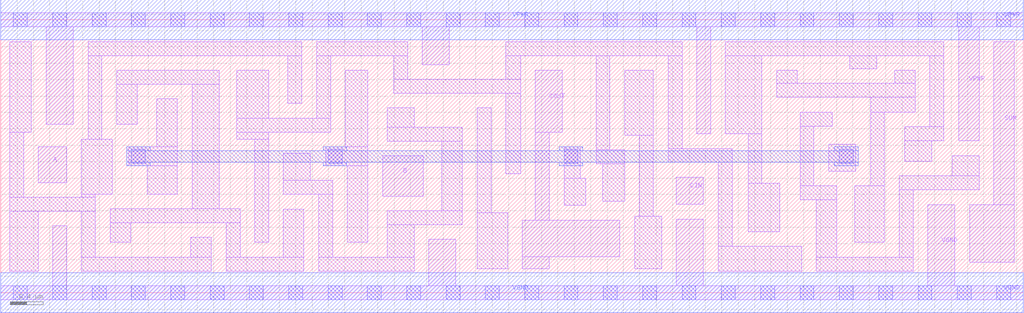
<source format=lef>
# Copyright 2020 The SkyWater PDK Authors
#
# Licensed under the Apache License, Version 2.0 (the "License");
# you may not use this file except in compliance with the License.
# You may obtain a copy of the License at
#
#     https://www.apache.org/licenses/LICENSE-2.0
#
# Unless required by applicable law or agreed to in writing, software
# distributed under the License is distributed on an "AS IS" BASIS,
# WITHOUT WARRANTIES OR CONDITIONS OF ANY KIND, either express or implied.
# See the License for the specific language governing permissions and
# limitations under the License.
#
# SPDX-License-Identifier: Apache-2.0

VERSION 5.7 ;
  NAMESCASESENSITIVE ON ;
  NOWIREEXTENSIONATPIN ON ;
  DIVIDERCHAR "/" ;
  BUSBITCHARS "[]" ;
UNITS
  DATABASE MICRONS 200 ;
END UNITS
MACRO sky130_fd_sc_lp__fahcin_1
  CLASS CORE ;
  SOURCE USER ;
  FOREIGN sky130_fd_sc_lp__fahcin_1 ;
  ORIGIN  0.000000  0.000000 ;
  SIZE  12.48000 BY  3.330000 ;
  SYMMETRY X Y R90 ;
  SITE unit ;
  PIN A
    ANTENNAGATEAREA  0.315000 ;
    DIRECTION INPUT ;
    USE SIGNAL ;
    PORT
      LAYER li1 ;
        RECT 0.460000 1.345000 0.805000 1.780000 ;
    END
  END A
  PIN B
    ANTENNAGATEAREA  0.759000 ;
    DIRECTION INPUT ;
    USE SIGNAL ;
    PORT
      LAYER li1 ;
        RECT 4.660000 1.180000 5.155000 1.670000 ;
    END
  END B
  PIN CIN
    ANTENNAGATEAREA  0.561000 ;
    DIRECTION INPUT ;
    USE SIGNAL ;
    PORT
      LAYER li1 ;
        RECT 8.245000 1.080000 8.575000 1.410000 ;
    END
  END CIN
  PIN COUT
    ANTENNADIFFAREA  1.564400 ;
    DIRECTION OUTPUT ;
    USE SIGNAL ;
    PORT
      LAYER li1 ;
        RECT 6.365000 0.295000 6.695000 0.440000 ;
        RECT 6.365000 0.440000 7.555000 0.885000 ;
        RECT 6.525000 0.885000 6.695000 1.960000 ;
        RECT 6.525000 1.960000 6.855000 2.715000 ;
    END
  END COUT
  PIN SUM
    ANTENNADIFFAREA  0.592200 ;
    DIRECTION OUTPUT ;
    USE SIGNAL ;
    PORT
      LAYER li1 ;
        RECT 11.825000 0.375000 12.370000 1.075000 ;
        RECT 12.120000 1.075000 12.370000 3.065000 ;
    END
  END SUM
  PIN VGND
    DIRECTION INOUT ;
    USE GROUND ;
    PORT
      LAYER li1 ;
        RECT  0.000000 -0.085000 12.480000 0.085000 ;
        RECT  0.635000  0.085000  0.805000 0.815000 ;
        RECT  5.225000  0.085000  5.555000 0.650000 ;
        RECT  8.245000  0.085000  8.575000 0.900000 ;
        RECT 11.315000  0.085000 11.645000 1.075000 ;
      LAYER mcon ;
        RECT  0.155000 -0.085000  0.325000 0.085000 ;
        RECT  0.635000 -0.085000  0.805000 0.085000 ;
        RECT  1.115000 -0.085000  1.285000 0.085000 ;
        RECT  1.595000 -0.085000  1.765000 0.085000 ;
        RECT  2.075000 -0.085000  2.245000 0.085000 ;
        RECT  2.555000 -0.085000  2.725000 0.085000 ;
        RECT  3.035000 -0.085000  3.205000 0.085000 ;
        RECT  3.515000 -0.085000  3.685000 0.085000 ;
        RECT  3.995000 -0.085000  4.165000 0.085000 ;
        RECT  4.475000 -0.085000  4.645000 0.085000 ;
        RECT  4.955000 -0.085000  5.125000 0.085000 ;
        RECT  5.435000 -0.085000  5.605000 0.085000 ;
        RECT  5.915000 -0.085000  6.085000 0.085000 ;
        RECT  6.395000 -0.085000  6.565000 0.085000 ;
        RECT  6.875000 -0.085000  7.045000 0.085000 ;
        RECT  7.355000 -0.085000  7.525000 0.085000 ;
        RECT  7.835000 -0.085000  8.005000 0.085000 ;
        RECT  8.315000 -0.085000  8.485000 0.085000 ;
        RECT  8.795000 -0.085000  8.965000 0.085000 ;
        RECT  9.275000 -0.085000  9.445000 0.085000 ;
        RECT  9.755000 -0.085000  9.925000 0.085000 ;
        RECT 10.235000 -0.085000 10.405000 0.085000 ;
        RECT 10.715000 -0.085000 10.885000 0.085000 ;
        RECT 11.195000 -0.085000 11.365000 0.085000 ;
        RECT 11.675000 -0.085000 11.845000 0.085000 ;
        RECT 12.155000 -0.085000 12.325000 0.085000 ;
      LAYER met1 ;
        RECT 0.000000 -0.245000 12.480000 0.245000 ;
    END
  END VGND
  PIN VPWR
    DIRECTION INOUT ;
    USE POWER ;
    PORT
      LAYER li1 ;
        RECT  0.000000 3.245000 12.480000 3.415000 ;
        RECT  0.555000 2.055000  0.885000 3.245000 ;
        RECT  5.145000 2.785000  5.475000 3.245000 ;
        RECT  8.495000 1.940000  8.665000 3.245000 ;
        RECT 11.690000 1.855000 11.940000 3.245000 ;
      LAYER mcon ;
        RECT  0.155000 3.245000  0.325000 3.415000 ;
        RECT  0.635000 3.245000  0.805000 3.415000 ;
        RECT  1.115000 3.245000  1.285000 3.415000 ;
        RECT  1.595000 3.245000  1.765000 3.415000 ;
        RECT  2.075000 3.245000  2.245000 3.415000 ;
        RECT  2.555000 3.245000  2.725000 3.415000 ;
        RECT  3.035000 3.245000  3.205000 3.415000 ;
        RECT  3.515000 3.245000  3.685000 3.415000 ;
        RECT  3.995000 3.245000  4.165000 3.415000 ;
        RECT  4.475000 3.245000  4.645000 3.415000 ;
        RECT  4.955000 3.245000  5.125000 3.415000 ;
        RECT  5.435000 3.245000  5.605000 3.415000 ;
        RECT  5.915000 3.245000  6.085000 3.415000 ;
        RECT  6.395000 3.245000  6.565000 3.415000 ;
        RECT  6.875000 3.245000  7.045000 3.415000 ;
        RECT  7.355000 3.245000  7.525000 3.415000 ;
        RECT  7.835000 3.245000  8.005000 3.415000 ;
        RECT  8.315000 3.245000  8.485000 3.415000 ;
        RECT  8.795000 3.245000  8.965000 3.415000 ;
        RECT  9.275000 3.245000  9.445000 3.415000 ;
        RECT  9.755000 3.245000  9.925000 3.415000 ;
        RECT 10.235000 3.245000 10.405000 3.415000 ;
        RECT 10.715000 3.245000 10.885000 3.415000 ;
        RECT 11.195000 3.245000 11.365000 3.415000 ;
        RECT 11.675000 3.245000 11.845000 3.415000 ;
        RECT 12.155000 3.245000 12.325000 3.415000 ;
      LAYER met1 ;
        RECT 0.000000 3.085000 12.480000 3.575000 ;
    END
  END VPWR
  OBS
    LAYER li1 ;
      RECT  0.110000 0.265000  0.455000 0.995000 ;
      RECT  0.110000 0.995000  1.155000 1.165000 ;
      RECT  0.110000 1.165000  0.280000 1.960000 ;
      RECT  0.110000 1.960000  0.375000 3.065000 ;
      RECT  0.985000 0.265000  2.570000 0.435000 ;
      RECT  0.985000 0.435000  1.155000 0.995000 ;
      RECT  0.985000 1.165000  1.155000 1.205000 ;
      RECT  0.985000 1.205000  1.360000 1.875000 ;
      RECT  1.065000 1.875000  1.235000 2.895000 ;
      RECT  1.065000 2.895000  3.675000 3.065000 ;
      RECT  1.335000 0.615000  1.585000 0.855000 ;
      RECT  1.335000 0.855000  2.920000 1.025000 ;
      RECT  1.415000 2.055000  1.665000 2.545000 ;
      RECT  1.415000 2.545000  2.665000 2.715000 ;
      RECT  1.565000 1.550000  2.155000 1.780000 ;
      RECT  1.785000 1.205000  2.155000 1.550000 ;
      RECT  1.905000 1.780000  2.155000 2.365000 ;
      RECT  2.320000 0.435000  2.570000 0.675000 ;
      RECT  2.335000 1.025000  2.665000 2.545000 ;
      RECT  2.750000 0.265000  3.700000 0.435000 ;
      RECT  2.750000 0.435000  2.920000 0.855000 ;
      RECT  2.880000 1.875000  3.270000 1.960000 ;
      RECT  2.880000 1.960000  4.025000 2.130000 ;
      RECT  2.880000 2.130000  3.270000 2.715000 ;
      RECT  3.100000 0.615000  3.270000 1.875000 ;
      RECT  3.450000 0.435000  3.700000 1.020000 ;
      RECT  3.450000 1.200000  4.050000 1.370000 ;
      RECT  3.450000 1.370000  3.780000 1.705000 ;
      RECT  3.505000 2.310000  3.675000 2.895000 ;
      RECT  3.855000 2.130000  4.025000 2.895000 ;
      RECT  3.855000 2.895000  4.965000 3.065000 ;
      RECT  3.880000 0.265000  5.045000 0.435000 ;
      RECT  3.880000 0.435000  4.050000 1.200000 ;
      RECT  3.965000 1.550000  4.480000 1.780000 ;
      RECT  4.205000 1.780000  4.480000 2.715000 ;
      RECT  4.230000 0.615000  4.480000 1.550000 ;
      RECT  4.715000 0.435000  5.045000 0.830000 ;
      RECT  4.715000 0.830000  5.635000 1.000000 ;
      RECT  4.715000 1.850000  5.635000 2.020000 ;
      RECT  4.715000 2.020000  5.045000 2.255000 ;
      RECT  4.795000 2.435000  6.345000 2.605000 ;
      RECT  4.795000 2.605000  4.965000 2.895000 ;
      RECT  5.380000 1.000000  5.635000 1.850000 ;
      RECT  5.815000 0.295000  6.185000 0.975000 ;
      RECT  5.815000 0.975000  5.985000 2.255000 ;
      RECT  6.165000 1.455000  6.345000 2.435000 ;
      RECT  6.165000 2.605000  6.345000 2.895000 ;
      RECT  6.165000 2.895000  8.315000 3.065000 ;
      RECT  6.875000 1.065000  7.140000 1.395000 ;
      RECT  6.875000 1.395000  7.075000 1.780000 ;
      RECT  7.265000 1.575000  7.615000 1.745000 ;
      RECT  7.265000 1.745000  7.435000 2.895000 ;
      RECT  7.350000 1.115000  7.615000 1.575000 ;
      RECT  7.615000 1.925000  7.965000 2.715000 ;
      RECT  7.735000 0.295000  8.065000 0.935000 ;
      RECT  7.795000 0.935000  7.965000 1.925000 ;
      RECT  8.145000 1.590000  8.925000 1.760000 ;
      RECT  8.145000 1.760000  8.315000 2.895000 ;
      RECT  8.755000 0.265000  9.775000 0.565000 ;
      RECT  8.755000 0.565000  8.925000 1.590000 ;
      RECT  8.845000 1.940000  9.290000 2.895000 ;
      RECT  8.845000 2.895000 11.510000 3.065000 ;
      RECT  9.120000 0.745000  9.505000 1.335000 ;
      RECT  9.120000 1.335000  9.290000 1.940000 ;
      RECT  9.470000 2.385000 11.160000 2.555000 ;
      RECT  9.470000 2.555000  9.720000 2.715000 ;
      RECT  9.755000 1.135000 10.205000 1.305000 ;
      RECT  9.755000 1.305000  9.925000 2.035000 ;
      RECT  9.755000 2.035000 10.150000 2.205000 ;
      RECT  9.955000 0.265000 11.135000 0.435000 ;
      RECT  9.955000 0.435000 10.205000 1.135000 ;
      RECT 10.105000 1.485000 10.435000 1.815000 ;
      RECT 10.360000 2.735000 10.690000 2.895000 ;
      RECT 10.420000 0.615000 10.785000 1.305000 ;
      RECT 10.615000 1.305000 10.785000 2.205000 ;
      RECT 10.615000 2.205000 11.160000 2.385000 ;
      RECT 10.910000 2.555000 11.160000 2.715000 ;
      RECT 10.965000 0.435000 11.135000 1.255000 ;
      RECT 10.965000 1.255000 11.940000 1.425000 ;
      RECT 11.035000 1.605000 11.365000 1.855000 ;
      RECT 11.035000 1.855000 11.510000 2.025000 ;
      RECT 11.340000 2.025000 11.510000 2.895000 ;
      RECT 11.610000 1.425000 11.940000 1.675000 ;
    LAYER mcon ;
      RECT  1.595000 1.580000  1.765000 1.750000 ;
      RECT  3.995000 1.580000  4.165000 1.750000 ;
      RECT  6.875000 1.580000  7.045000 1.750000 ;
      RECT 10.235000 1.580000 10.405000 1.750000 ;
    LAYER met1 ;
      RECT  1.535000 1.550000  1.825000 1.595000 ;
      RECT  1.535000 1.595000 10.465000 1.735000 ;
      RECT  1.535000 1.735000  1.825000 1.780000 ;
      RECT  3.935000 1.550000  4.225000 1.595000 ;
      RECT  3.935000 1.735000  4.225000 1.780000 ;
      RECT  6.815000 1.550000  7.105000 1.595000 ;
      RECT  6.815000 1.735000  7.105000 1.780000 ;
      RECT 10.175000 1.550000 10.465000 1.595000 ;
      RECT 10.175000 1.735000 10.465000 1.780000 ;
  END
END sky130_fd_sc_lp__fahcin_1

</source>
